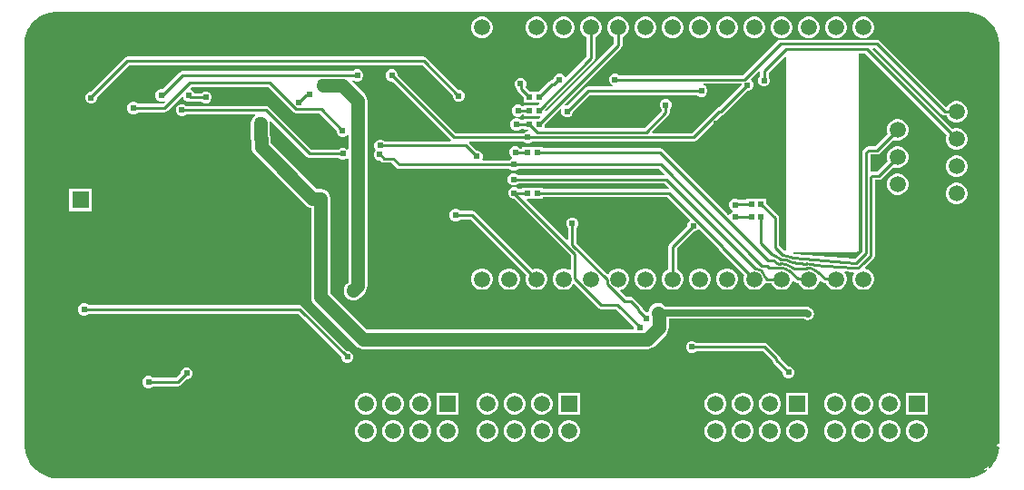
<source format=gbl>
G04*
G04 #@! TF.GenerationSoftware,Altium Limited,Altium Designer,21.5.1 (32)*
G04*
G04 Layer_Physical_Order=2*
G04 Layer_Color=16711680*
%FSLAX25Y25*%
%MOIN*%
G70*
G04*
G04 #@! TF.SameCoordinates,57825C85-18FE-47E2-A138-B6FF28981A54*
G04*
G04*
G04 #@! TF.FilePolarity,Positive*
G04*
G01*
G75*
%ADD14C,0.01000*%
%ADD89C,0.05000*%
%ADD90C,0.02500*%
%ADD91C,0.05906*%
%ADD92R,0.05906X0.05906*%
%ADD93R,0.05906X0.05906*%
%ADD94R,0.06299X0.06299*%
%ADD95C,0.06299*%
%ADD96C,0.23000*%
%ADD97C,0.02800*%
%ADD98C,0.02400*%
%ADD99C,0.05000*%
%ADD100C,0.01000*%
%ADD101R,0.01968X0.01968*%
G36*
X349730Y173613D02*
X350548Y173619D01*
X352171Y173417D01*
X353754Y173005D01*
X355269Y172388D01*
X356689Y171577D01*
X357992Y170588D01*
X359153Y169436D01*
X360153Y168141D01*
X360975Y166727D01*
X361603Y165217D01*
X362029Y163637D01*
X362243Y162016D01*
X362243Y161198D01*
X362243Y161198D01*
X362243Y161198D01*
X362103Y15240D01*
X361887Y14829D01*
X361588Y14826D01*
X361378Y14613D01*
X361381Y14314D01*
X361593Y14104D01*
X361603Y14104D01*
X362103Y13692D01*
Y13576D01*
X361896Y12008D01*
X361487Y10481D01*
X360882Y9020D01*
X360091Y7650D01*
X359128Y6396D01*
X358636Y5903D01*
X358247Y6221D01*
X358303Y6305D01*
X358419Y6890D01*
Y7276D01*
X358303Y7861D01*
X357971Y8357D01*
X351648Y14680D01*
X351152Y15011D01*
X350567Y15128D01*
X349982Y15011D01*
X349485Y14680D01*
X349154Y14184D01*
X349038Y13598D01*
X349154Y13013D01*
X349485Y12517D01*
X355422Y6581D01*
X355477Y6305D01*
X355808Y5808D01*
X356305Y5477D01*
X356890Y5360D01*
X357475Y5477D01*
X357720Y5054D01*
X356756Y4315D01*
X355386Y3524D01*
X353925Y2919D01*
X352398Y2510D01*
X350830Y2303D01*
X350039D01*
X16831Y2233D01*
X16825Y2233D01*
X16813Y2234D01*
X16801Y2234D01*
X16789Y2235D01*
X16783Y2236D01*
X16777Y2235D01*
X16767Y2234D01*
X16756Y2234D01*
X16745Y2234D01*
X15922Y2227D01*
X14298Y2427D01*
X12715Y2840D01*
X11200Y3456D01*
X9778Y4266D01*
X8475Y5255D01*
X7314Y6407D01*
X6313Y7701D01*
X5491Y9116D01*
X4862Y10626D01*
X4436Y12206D01*
X4221Y13827D01*
X4221Y14653D01*
X4222Y14667D01*
X4222Y14682D01*
X4224Y14696D01*
X4225Y14704D01*
X4224Y14711D01*
X4222Y14726D01*
X4221Y14741D01*
X4221Y14756D01*
X4223Y161772D01*
X4216Y162546D01*
X4407Y164083D01*
X4797Y165582D01*
X5381Y167017D01*
X6148Y168362D01*
X7085Y169596D01*
X8175Y170695D01*
X9401Y171642D01*
X10740Y172421D01*
X12170Y173016D01*
X13665Y173419D01*
X15201Y173623D01*
X15975Y173623D01*
X15975Y173623D01*
X349730Y173613D01*
D02*
G37*
%LPC*%
G36*
X312765Y171866D02*
X311724D01*
X310718Y171597D01*
X309817Y171076D01*
X309081Y170340D01*
X308561Y169439D01*
X308291Y168434D01*
Y167393D01*
X308561Y166388D01*
X309081Y165486D01*
X309817Y164750D01*
X310718Y164230D01*
X311724Y163961D01*
X312765D01*
X313770Y164230D01*
X314671Y164750D01*
X315407Y165486D01*
X315928Y166388D01*
X316197Y167393D01*
Y168434D01*
X315928Y169439D01*
X315407Y170340D01*
X314671Y171076D01*
X313770Y171597D01*
X312765Y171866D01*
D02*
G37*
G36*
X302765D02*
X301724D01*
X300718Y171597D01*
X299817Y171076D01*
X299081Y170340D01*
X298561Y169439D01*
X298291Y168434D01*
Y167393D01*
X298561Y166388D01*
X299081Y165486D01*
X299817Y164750D01*
X300718Y164230D01*
X301724Y163961D01*
X302765D01*
X303770Y164230D01*
X304671Y164750D01*
X305407Y165486D01*
X305927Y166388D01*
X306197Y167393D01*
Y168434D01*
X305927Y169439D01*
X305407Y170340D01*
X304671Y171076D01*
X303770Y171597D01*
X302765Y171866D01*
D02*
G37*
G36*
X292764D02*
X291724D01*
X290718Y171597D01*
X289817Y171076D01*
X289081Y170340D01*
X288561Y169439D01*
X288291Y168434D01*
Y167393D01*
X288561Y166388D01*
X289081Y165486D01*
X289817Y164750D01*
X290718Y164230D01*
X291724Y163961D01*
X292764D01*
X293770Y164230D01*
X294671Y164750D01*
X295407Y165486D01*
X295928Y166388D01*
X296197Y167393D01*
Y168434D01*
X295928Y169439D01*
X295407Y170340D01*
X294671Y171076D01*
X293770Y171597D01*
X292764Y171866D01*
D02*
G37*
G36*
X282765D02*
X281724D01*
X280718Y171597D01*
X279817Y171076D01*
X279081Y170340D01*
X278561Y169439D01*
X278291Y168434D01*
Y167393D01*
X278561Y166388D01*
X279081Y165486D01*
X279817Y164750D01*
X280718Y164230D01*
X281724Y163961D01*
X282765D01*
X283770Y164230D01*
X284671Y164750D01*
X285407Y165486D01*
X285928Y166388D01*
X286197Y167393D01*
Y168434D01*
X285928Y169439D01*
X285407Y170340D01*
X284671Y171076D01*
X283770Y171597D01*
X282765Y171866D01*
D02*
G37*
G36*
X272764D02*
X271724D01*
X270718Y171597D01*
X269817Y171076D01*
X269081Y170340D01*
X268561Y169439D01*
X268291Y168434D01*
Y167393D01*
X268561Y166388D01*
X269081Y165486D01*
X269817Y164750D01*
X270718Y164230D01*
X271724Y163961D01*
X272764D01*
X273770Y164230D01*
X274671Y164750D01*
X275407Y165486D01*
X275927Y166388D01*
X276197Y167393D01*
Y168434D01*
X275927Y169439D01*
X275407Y170340D01*
X274671Y171076D01*
X273770Y171597D01*
X272764Y171866D01*
D02*
G37*
G36*
X262765D02*
X261724D01*
X260718Y171597D01*
X259817Y171076D01*
X259081Y170340D01*
X258561Y169439D01*
X258291Y168434D01*
Y167393D01*
X258561Y166388D01*
X259081Y165486D01*
X259817Y164750D01*
X260718Y164230D01*
X261724Y163961D01*
X262765D01*
X263770Y164230D01*
X264671Y164750D01*
X265407Y165486D01*
X265928Y166388D01*
X266197Y167393D01*
Y168434D01*
X265928Y169439D01*
X265407Y170340D01*
X264671Y171076D01*
X263770Y171597D01*
X262765Y171866D01*
D02*
G37*
G36*
X252765D02*
X251724D01*
X250718Y171597D01*
X249817Y171076D01*
X249081Y170340D01*
X248561Y169439D01*
X248291Y168434D01*
Y167393D01*
X248561Y166388D01*
X249081Y165486D01*
X249817Y164750D01*
X250718Y164230D01*
X251724Y163961D01*
X252765D01*
X253770Y164230D01*
X254671Y164750D01*
X255407Y165486D01*
X255927Y166388D01*
X256197Y167393D01*
Y168434D01*
X255927Y169439D01*
X255407Y170340D01*
X254671Y171076D01*
X253770Y171597D01*
X252765Y171866D01*
D02*
G37*
G36*
X242764D02*
X241724D01*
X240718Y171597D01*
X239817Y171076D01*
X239081Y170340D01*
X238561Y169439D01*
X238291Y168434D01*
Y167393D01*
X238561Y166388D01*
X239081Y165486D01*
X239817Y164750D01*
X240718Y164230D01*
X241724Y163961D01*
X242764D01*
X243770Y164230D01*
X244671Y164750D01*
X245407Y165486D01*
X245928Y166388D01*
X246197Y167393D01*
Y168434D01*
X245928Y169439D01*
X245407Y170340D01*
X244671Y171076D01*
X243770Y171597D01*
X242764Y171866D01*
D02*
G37*
G36*
X232765D02*
X231724D01*
X230718Y171597D01*
X229817Y171076D01*
X229081Y170340D01*
X228561Y169439D01*
X228291Y168434D01*
Y167393D01*
X228561Y166388D01*
X229081Y165486D01*
X229817Y164750D01*
X230718Y164230D01*
X231724Y163961D01*
X232765D01*
X233770Y164230D01*
X234671Y164750D01*
X235407Y165486D01*
X235928Y166388D01*
X236197Y167393D01*
Y168434D01*
X235928Y169439D01*
X235407Y170340D01*
X234671Y171076D01*
X233770Y171597D01*
X232765Y171866D01*
D02*
G37*
G36*
X202765D02*
X201724D01*
X200718Y171597D01*
X199817Y171076D01*
X199081Y170340D01*
X198561Y169439D01*
X198291Y168434D01*
Y167393D01*
X198561Y166388D01*
X199081Y165486D01*
X199817Y164750D01*
X200718Y164230D01*
X201724Y163961D01*
X202765D01*
X203770Y164230D01*
X204671Y164750D01*
X205407Y165486D01*
X205927Y166388D01*
X206197Y167393D01*
Y168434D01*
X205927Y169439D01*
X205407Y170340D01*
X204671Y171076D01*
X203770Y171597D01*
X202765Y171866D01*
D02*
G37*
G36*
X192764D02*
X191724D01*
X190718Y171597D01*
X189817Y171076D01*
X189081Y170340D01*
X188561Y169439D01*
X188291Y168434D01*
Y167393D01*
X188561Y166388D01*
X189081Y165486D01*
X189817Y164750D01*
X190718Y164230D01*
X191724Y163961D01*
X192764D01*
X193770Y164230D01*
X194671Y164750D01*
X195407Y165486D01*
X195928Y166388D01*
X196197Y167393D01*
Y168434D01*
X195928Y169439D01*
X195407Y170340D01*
X194671Y171076D01*
X193770Y171597D01*
X192764Y171866D01*
D02*
G37*
G36*
X172765D02*
X171724D01*
X170718Y171597D01*
X169817Y171076D01*
X169081Y170340D01*
X168561Y169439D01*
X168291Y168434D01*
Y167393D01*
X168561Y166388D01*
X169081Y165486D01*
X169817Y164750D01*
X170718Y164230D01*
X171724Y163961D01*
X172765D01*
X173770Y164230D01*
X174671Y164750D01*
X175407Y165486D01*
X175927Y166388D01*
X176197Y167393D01*
Y168434D01*
X175927Y169439D01*
X175407Y170340D01*
X174671Y171076D01*
X173770Y171597D01*
X172765Y171866D01*
D02*
G37*
G36*
X150808Y157140D02*
X42028D01*
X41442Y157023D01*
X40946Y156692D01*
X28482Y144228D01*
X28303D01*
X27494Y143893D01*
X26875Y143274D01*
X26540Y142465D01*
Y141590D01*
X26875Y140781D01*
X27494Y140163D01*
X28303Y139828D01*
X29178D01*
X29986Y140163D01*
X30605Y140781D01*
X30940Y141590D01*
Y142360D01*
X42661Y154081D01*
X150175D01*
X161469Y142786D01*
Y142312D01*
X161804Y141503D01*
X162423Y140884D01*
X163232Y140549D01*
X164107D01*
X164915Y140884D01*
X165534Y141503D01*
X165869Y142312D01*
Y143187D01*
X165534Y143995D01*
X164915Y144614D01*
X164107Y144949D01*
X163632D01*
X151890Y156692D01*
X151393Y157023D01*
X150808Y157140D01*
D02*
G37*
G36*
X222764Y171866D02*
X221724D01*
X220718Y171597D01*
X219817Y171076D01*
X219081Y170340D01*
X218561Y169439D01*
X218291Y168434D01*
Y167393D01*
X218561Y166388D01*
X219081Y165486D01*
X219817Y164750D01*
X220715Y164232D01*
Y162024D01*
X195962Y137272D01*
X195420Y137436D01*
X195406Y137507D01*
X213326Y155427D01*
X213657Y155923D01*
X213773Y156509D01*
Y164232D01*
X214671Y164750D01*
X215407Y165486D01*
X215928Y166388D01*
X216197Y167393D01*
Y168434D01*
X215928Y169439D01*
X215407Y170340D01*
X214671Y171076D01*
X213770Y171597D01*
X212765Y171866D01*
X211724D01*
X210718Y171597D01*
X209817Y171076D01*
X209081Y170340D01*
X208561Y169439D01*
X208291Y168434D01*
Y167393D01*
X208561Y166388D01*
X209081Y165486D01*
X209817Y164750D01*
X210715Y164232D01*
Y157142D01*
X203161Y149588D01*
X202670Y149686D01*
X202554Y149967D01*
X201935Y150585D01*
X201127Y150920D01*
X200251D01*
X199443Y150585D01*
X198824Y149967D01*
X198489Y149158D01*
Y149032D01*
X197972Y148515D01*
X197898D01*
X197313Y148399D01*
X196817Y148067D01*
X192958Y144209D01*
X189916D01*
X188214Y145911D01*
X188546Y146713D01*
Y147589D01*
X188211Y148397D01*
X187592Y149016D01*
X186784Y149351D01*
X185909D01*
X185100Y149016D01*
X184481Y148397D01*
X184146Y147589D01*
Y146713D01*
X184481Y145905D01*
X185096Y145290D01*
X185201Y144762D01*
X185533Y144266D01*
X187753Y142046D01*
Y140240D01*
X193159D01*
X193351Y139778D01*
X192958Y139386D01*
X187753D01*
Y138882D01*
X186966D01*
X186679Y139168D01*
X185871Y139503D01*
X184995D01*
X184187Y139168D01*
X183568Y138549D01*
X183233Y137741D01*
Y136865D01*
X183568Y136057D01*
X184187Y135438D01*
X184995Y135103D01*
X185871D01*
X186679Y135438D01*
X187064Y135823D01*
X187753D01*
Y135417D01*
X193455D01*
X193646Y134955D01*
X192958Y134268D01*
X187753D01*
Y133813D01*
X186523D01*
X186187Y134149D01*
X185379Y134484D01*
X184503D01*
X183695Y134149D01*
X183076Y133530D01*
X182741Y132721D01*
Y131846D01*
X183076Y131037D01*
X183695Y130418D01*
X184503Y130084D01*
X185379D01*
X186187Y130418D01*
X186523Y130754D01*
X187753D01*
Y130299D01*
X189144D01*
X189230Y130158D01*
X188950Y129658D01*
X188644D01*
X187835Y129323D01*
X187499Y128988D01*
X162644D01*
X141373Y150258D01*
Y150733D01*
X141038Y151541D01*
X140419Y152160D01*
X139611Y152495D01*
X138736D01*
X137927Y152160D01*
X137308Y151541D01*
X136973Y150733D01*
Y149858D01*
X137308Y149049D01*
X137927Y148430D01*
X138736Y148095D01*
X139210D01*
X160768Y126537D01*
X160561Y126037D01*
X136523D01*
X136187Y126373D01*
X135379Y126708D01*
X134503D01*
X133695Y126373D01*
X133076Y125754D01*
X132741Y124945D01*
Y124070D01*
X133076Y123262D01*
X133355Y122982D01*
X132781Y122408D01*
X132446Y121599D01*
Y120724D01*
X132781Y119915D01*
X133399Y119296D01*
X134208Y118961D01*
X134845D01*
X135203Y118604D01*
X135699Y118272D01*
X136284Y118156D01*
X139032D01*
X140806Y116382D01*
X141302Y116050D01*
X141887Y115934D01*
X182392D01*
X182728Y115598D01*
X183536Y115263D01*
X184412D01*
X185220Y115598D01*
X185556Y115934D01*
X237316D01*
X239251Y113999D01*
X239060Y113537D01*
X185440D01*
X185105Y113873D01*
X184296Y114208D01*
X183421D01*
X182612Y113873D01*
X181993Y113254D01*
X181658Y112445D01*
Y111570D01*
X181993Y110762D01*
X182612Y110143D01*
X183421Y109808D01*
X184296D01*
X185105Y110143D01*
X185440Y110478D01*
X239327D01*
X240788Y109018D01*
X240581Y108518D01*
X194432D01*
Y108972D01*
X187064D01*
Y108540D01*
X185636D01*
X185278Y108898D01*
X184469Y109233D01*
X183594D01*
X182785Y108898D01*
X182167Y108279D01*
X181832Y107471D01*
Y106595D01*
X182167Y105787D01*
X182785Y105168D01*
X183594Y104833D01*
X184069D01*
X204767Y84134D01*
Y79078D01*
X204268Y78790D01*
X203770Y79077D01*
X202765Y79347D01*
X201724D01*
X200718Y79077D01*
X199817Y78557D01*
X199081Y77821D01*
X198561Y76919D01*
X198291Y75914D01*
Y74873D01*
X198561Y73868D01*
X199081Y72967D01*
X199817Y72231D01*
X200718Y71710D01*
X201724Y71441D01*
X202765D01*
X203770Y71710D01*
X204671Y72231D01*
X205407Y72967D01*
X205703Y73479D01*
X206199Y73545D01*
X214875Y64869D01*
X215371Y64537D01*
X215956Y64421D01*
X221408D01*
X228016Y57813D01*
Y57141D01*
X227774Y56778D01*
X130006D01*
X116522Y70262D01*
Y105020D01*
X116492Y105249D01*
Y105481D01*
X116432Y105704D01*
X116402Y105933D01*
X116314Y106147D01*
X116254Y106371D01*
X116138Y106571D01*
X116049Y106785D01*
X115909Y106968D01*
X115793Y107169D01*
X115629Y107332D01*
X115488Y107516D01*
X115305Y107657D01*
X115141Y107820D01*
X114941Y107936D01*
X114757Y108077D01*
X114543Y108166D01*
X114343Y108281D01*
X114120Y108341D01*
X113906Y108430D01*
X113676Y108460D01*
X113453Y108520D01*
X113222D01*
X112992Y108550D01*
X111452D01*
X94629Y125373D01*
Y126913D01*
X94509Y127827D01*
X94377Y128146D01*
Y132480D01*
X94346Y132710D01*
Y132941D01*
X94287Y133165D01*
X94258Y133384D01*
X94273Y133405D01*
X94686Y133663D01*
X107974Y120375D01*
X108470Y120044D01*
X109055Y119927D01*
X119580D01*
X119915Y119592D01*
X120724Y119257D01*
X121599D01*
X122408Y119592D01*
X122643Y119827D01*
X123143Y119620D01*
Y74297D01*
X122504Y73658D01*
X122363Y73474D01*
X122199Y73311D01*
X122084Y73110D01*
X121943Y72926D01*
X121854Y72713D01*
X121739Y72512D01*
X121679Y72289D01*
X121590Y72075D01*
X121560Y71846D01*
X121500Y71622D01*
Y71391D01*
X121470Y71161D01*
X121500Y70932D01*
Y70701D01*
X121560Y70477D01*
X121590Y70248D01*
X121679Y70034D01*
X121739Y69810D01*
X121854Y69610D01*
X121943Y69396D01*
X122084Y69213D01*
X122199Y69012D01*
X122363Y68849D01*
X122504Y68665D01*
X122687Y68524D01*
X122851Y68361D01*
X123051Y68245D01*
X123235Y68104D01*
X123449Y68016D01*
X123649Y67900D01*
X123873Y67840D01*
X124086Y67751D01*
X124316Y67721D01*
X124539Y67661D01*
X124771D01*
X125000Y67631D01*
X125229Y67661D01*
X125461D01*
X125684Y67721D01*
X125914Y67751D01*
X126127Y67840D01*
X126351Y67900D01*
X126551Y68016D01*
X126765Y68104D01*
X126949Y68245D01*
X127149Y68361D01*
X127313Y68524D01*
X127496Y68665D01*
X129169Y70338D01*
X129730Y71070D01*
X130083Y71921D01*
X130203Y72835D01*
Y140945D01*
X130203Y140945D01*
X130083Y141859D01*
X129730Y142710D01*
X129169Y143441D01*
X124451Y148159D01*
X124645Y148664D01*
X124960Y148700D01*
X125230Y148430D01*
X126039Y148095D01*
X126914D01*
X127723Y148430D01*
X128341Y149049D01*
X128676Y149858D01*
Y150733D01*
X128341Y151541D01*
X127723Y152160D01*
X126914Y152495D01*
X126039D01*
X125230Y152160D01*
X124894Y151825D01*
X62303D01*
X61718Y151708D01*
X61222Y151377D01*
X54958Y145113D01*
X54188D01*
X53380Y144779D01*
X52761Y144160D01*
X52426Y143351D01*
Y142476D01*
X52761Y141667D01*
X53380Y141048D01*
X54188Y140713D01*
X55064D01*
X55484Y140888D01*
X55767Y140464D01*
X55120Y139817D01*
X45873D01*
X45537Y140153D01*
X44729Y140487D01*
X43854D01*
X43045Y140153D01*
X42426Y139534D01*
X42091Y138725D01*
Y137850D01*
X42426Y137041D01*
X43045Y136422D01*
X43854Y136087D01*
X44729D01*
X45537Y136422D01*
X45873Y136758D01*
X55754D01*
X56339Y136874D01*
X56835Y137206D01*
X61905Y142276D01*
X62469Y142132D01*
X62702Y141569D01*
X63321Y140950D01*
X64129Y140615D01*
X65004D01*
X65237Y140711D01*
X65320Y140695D01*
X69284D01*
X69620Y140359D01*
X70429Y140024D01*
X71304D01*
X72112Y140359D01*
X72731Y140978D01*
X73066Y141787D01*
Y142662D01*
X72731Y143471D01*
X72112Y144089D01*
X71304Y144424D01*
X70429D01*
X69620Y144089D01*
X69284Y143754D01*
X66559D01*
X66432Y144061D01*
X65813Y144680D01*
X65250Y144913D01*
X65106Y145477D01*
X65541Y145912D01*
X93752D01*
X102887Y136776D01*
X103383Y136444D01*
X103969Y136328D01*
X112493D01*
X118863Y129958D01*
Y129484D01*
X119198Y128675D01*
X119817Y128056D01*
X120625Y127721D01*
X121501D01*
X122309Y128056D01*
X122643Y128390D01*
X123143Y128183D01*
Y123293D01*
X122643Y123086D01*
X122408Y123322D01*
X121599Y123657D01*
X120724D01*
X119915Y123322D01*
X119580Y122986D01*
X109689D01*
X94033Y138641D01*
X93537Y138973D01*
X92952Y139089D01*
X63678D01*
X63343Y139425D01*
X62534Y139760D01*
X61659D01*
X60850Y139425D01*
X60231Y138806D01*
X59896Y137997D01*
Y137122D01*
X60231Y136314D01*
X60850Y135695D01*
X61659Y135360D01*
X62534D01*
X63343Y135695D01*
X63678Y136030D01*
X88965D01*
X89076Y135560D01*
X89072Y135530D01*
X88898Y135397D01*
X88697Y135281D01*
X88534Y135117D01*
X88350Y134976D01*
X88209Y134793D01*
X88046Y134629D01*
X87930Y134429D01*
X87789Y134245D01*
X87701Y134032D01*
X87585Y133831D01*
X87525Y133608D01*
X87436Y133394D01*
X87406Y133165D01*
X87347Y132941D01*
Y132710D01*
X87316Y132480D01*
Y127165D01*
X87436Y126252D01*
X87569Y125933D01*
Y123910D01*
X87689Y122997D01*
X88042Y122145D01*
X88603Y121414D01*
X107493Y102524D01*
X108225Y101962D01*
X109076Y101610D01*
X109462Y101559D01*
Y68799D01*
X109582Y67886D01*
X109935Y67034D01*
X110496Y66303D01*
X126047Y50752D01*
X126778Y50191D01*
X127630Y49838D01*
X128543Y49718D01*
X232996D01*
X233910Y49838D01*
X234761Y50191D01*
X235492Y50752D01*
X239769Y55028D01*
X240330Y55759D01*
X240682Y56611D01*
X240803Y57524D01*
Y60795D01*
X290479D01*
X290953Y60479D01*
X291831Y60304D01*
X292709Y60479D01*
X293453Y60976D01*
X293950Y61721D01*
X294125Y62598D01*
X293950Y63476D01*
X293453Y64221D01*
X292962Y64711D01*
X292218Y65209D01*
X291340Y65383D01*
X239539D01*
X239345Y65577D01*
X238614Y66138D01*
X237763Y66491D01*
X236849Y66611D01*
X235935Y66491D01*
X235084Y66138D01*
X234353Y65577D01*
X233792Y64846D01*
X233439Y63995D01*
X233381Y63556D01*
X233115Y63125D01*
X232640Y63125D01*
X231150Y64615D01*
X231044Y65147D01*
X230713Y65643D01*
X227935Y68421D01*
X227438Y68753D01*
X226853Y68869D01*
X225125D01*
X223006Y70988D01*
X223155Y71546D01*
X223770Y71710D01*
X224671Y72231D01*
X225407Y72967D01*
X225927Y73868D01*
X226197Y74873D01*
Y75914D01*
X225927Y76919D01*
X225407Y77821D01*
X224671Y78557D01*
X223770Y79077D01*
X222764Y79347D01*
X221724D01*
X220718Y79077D01*
X219817Y78557D01*
X219081Y77821D01*
X218785Y77308D01*
X218289Y77243D01*
X206943Y88589D01*
Y94284D01*
X207278Y94620D01*
X207613Y95429D01*
Y96304D01*
X207278Y97112D01*
X206660Y97731D01*
X205851Y98066D01*
X204976D01*
X204167Y97731D01*
X203548Y97112D01*
X203213Y96304D01*
Y95429D01*
X203548Y94620D01*
X203884Y94284D01*
Y89997D01*
X203422Y89805D01*
X188685Y104542D01*
X188877Y105004D01*
X194432D01*
Y105459D01*
X240415D01*
X248635Y97238D01*
X248557Y96845D01*
X247938Y96227D01*
X247603Y95418D01*
Y94943D01*
X241163Y88503D01*
X240831Y88007D01*
X240715Y87421D01*
Y79075D01*
X239817Y78557D01*
X239081Y77821D01*
X238561Y76919D01*
X238291Y75914D01*
Y74873D01*
X238561Y73868D01*
X239081Y72967D01*
X239817Y72231D01*
X240718Y71710D01*
X241724Y71441D01*
X242764D01*
X243770Y71710D01*
X244671Y72231D01*
X245407Y72967D01*
X245928Y73868D01*
X246197Y74873D01*
Y75914D01*
X245928Y76919D01*
X245407Y77821D01*
X244671Y78557D01*
X243774Y79075D01*
Y86788D01*
X249766Y92780D01*
X250241D01*
X251049Y93115D01*
X251550Y93616D01*
X252160Y93713D01*
X259228Y86646D01*
X259286Y86354D01*
X259617Y85858D01*
X268560Y76915D01*
X268291Y75914D01*
Y74873D01*
X268561Y73868D01*
X269081Y72967D01*
X269817Y72231D01*
X270718Y71710D01*
X271724Y71441D01*
X272764D01*
X273770Y71710D01*
X274671Y72231D01*
X275407Y72967D01*
X275824Y73689D01*
X276287Y73981D01*
X276287Y73981D01*
X276608Y73917D01*
X276872Y73864D01*
X277197Y73864D01*
X278563D01*
X279081Y72967D01*
X279817Y72231D01*
X280718Y71710D01*
X281724Y71441D01*
X282765D01*
X283770Y71710D01*
X284671Y72231D01*
X285407Y72967D01*
X285928Y73868D01*
X286145Y74681D01*
X286660Y74896D01*
X287201Y74424D01*
X287415Y74302D01*
X287620Y74165D01*
X287673Y74155D01*
X287719Y74128D01*
X287964Y74097D01*
X288206Y74049D01*
X288512Y74049D01*
X288561Y73868D01*
X289081Y72967D01*
X289817Y72231D01*
X290718Y71710D01*
X291724Y71441D01*
X292764D01*
X293770Y71710D01*
X294671Y72231D01*
X295407Y72967D01*
X295928Y73868D01*
X296142Y74668D01*
X296661Y74883D01*
X297215Y74413D01*
X297423Y74297D01*
X297620Y74165D01*
X297682Y74153D01*
X297737Y74122D01*
X297972Y74095D01*
X298205Y74049D01*
X298512D01*
X298561Y73868D01*
X299081Y72967D01*
X299817Y72231D01*
X300718Y71710D01*
X301724Y71441D01*
X302765D01*
X303770Y71710D01*
X304671Y72231D01*
X305407Y72967D01*
X305927Y73868D01*
X306197Y74873D01*
Y75914D01*
X305927Y76919D01*
X305407Y77821D01*
X305374Y77854D01*
X305584Y78307D01*
X308337Y78087D01*
X308399Y78094D01*
X308459Y78082D01*
X308663D01*
X308943Y77582D01*
X308561Y76919D01*
X308291Y75914D01*
Y74873D01*
X308561Y73868D01*
X309081Y72967D01*
X309817Y72231D01*
X310718Y71710D01*
X311724Y71441D01*
X312765D01*
X313770Y71710D01*
X314671Y72231D01*
X315407Y72967D01*
X315928Y73868D01*
X316197Y74873D01*
Y75914D01*
X315928Y76919D01*
X315407Y77821D01*
X314671Y78557D01*
X313770Y79077D01*
X313082Y79261D01*
X312861Y79779D01*
X313033Y80086D01*
X313229Y80159D01*
X313252Y80174D01*
X313280Y80179D01*
X313505Y80330D01*
X313736Y80472D01*
X313753Y80495D01*
X313776Y80511D01*
X316042Y82777D01*
X316374Y83273D01*
X316490Y83858D01*
Y111856D01*
X318012D01*
X318597Y111973D01*
X319093Y112304D01*
X323380Y116591D01*
X324381Y116323D01*
X325422D01*
X326427Y116592D01*
X327329Y117113D01*
X328065Y117849D01*
X328585Y118750D01*
X328854Y119755D01*
Y120796D01*
X328585Y121801D01*
X328065Y122703D01*
X327329Y123439D01*
X326427Y123959D01*
X325422Y124228D01*
X324381D01*
X323376Y123959D01*
X322475Y123439D01*
X321739Y122703D01*
X321218Y121801D01*
X320949Y120796D01*
Y119755D01*
X321217Y118754D01*
X317378Y114915D01*
X315546D01*
X315390Y114884D01*
X314890Y115295D01*
Y121108D01*
X317264D01*
X317849Y121225D01*
X318345Y121556D01*
X323380Y126591D01*
X324381Y126323D01*
X325422D01*
X326427Y126592D01*
X327329Y127113D01*
X328065Y127848D01*
X328585Y128750D01*
X328854Y129755D01*
Y130796D01*
X328585Y131801D01*
X328065Y132703D01*
X327329Y133439D01*
X326427Y133959D01*
X325422Y134228D01*
X324381D01*
X323376Y133959D01*
X322475Y133439D01*
X321739Y132703D01*
X321218Y131801D01*
X320949Y130796D01*
Y129755D01*
X321217Y128754D01*
X316630Y124167D01*
X314169D01*
X313583Y124051D01*
X313087Y123719D01*
X312279Y122911D01*
X311948Y122415D01*
X311831Y121830D01*
Y85648D01*
X309134Y82950D01*
X286930Y84659D01*
X286400Y84878D01*
X286499Y85378D01*
X309646D01*
X310036Y85456D01*
X310367Y85677D01*
X310588Y86007D01*
X310665Y86398D01*
Y157264D01*
X310588Y157654D01*
X310481Y157813D01*
X310707Y158313D01*
X312949D01*
X342871Y128392D01*
X342602Y127391D01*
Y126350D01*
X342872Y125344D01*
X343392Y124443D01*
X344128Y123707D01*
X345029Y123187D01*
X346035Y122917D01*
X347076D01*
X348081Y123187D01*
X348982Y123707D01*
X349718Y124443D01*
X350238Y125344D01*
X350508Y126350D01*
Y127391D01*
X350238Y128396D01*
X349718Y129297D01*
X348982Y130033D01*
X348081Y130553D01*
X347076Y130823D01*
X346035D01*
X345034Y130555D01*
X315670Y159918D01*
X315861Y160380D01*
X316591D01*
X341021Y135950D01*
X341517Y135618D01*
X342102Y135502D01*
X342829D01*
X342872Y135344D01*
X343392Y134443D01*
X344128Y133707D01*
X345029Y133187D01*
X346035Y132917D01*
X347076D01*
X348081Y133187D01*
X348982Y133707D01*
X349718Y134443D01*
X350238Y135344D01*
X350508Y136350D01*
Y137390D01*
X350238Y138396D01*
X349718Y139297D01*
X348982Y140033D01*
X348081Y140553D01*
X347076Y140823D01*
X346035D01*
X345029Y140553D01*
X344128Y140033D01*
X343392Y139297D01*
X343124Y138832D01*
X342528Y138768D01*
X318306Y162991D01*
X317810Y163322D01*
X317224Y163439D01*
X281791D01*
X281206Y163322D01*
X280710Y162991D01*
X267969Y150250D01*
X222645D01*
X222309Y150585D01*
X221501Y150920D01*
X220625D01*
X219817Y150585D01*
X219198Y149967D01*
X218863Y149158D01*
Y148283D01*
X219198Y147474D01*
X219817Y146855D01*
X220395Y146616D01*
X220295Y146116D01*
X211122D01*
X210537Y146000D01*
X210041Y145668D01*
X203580Y139208D01*
X203106D01*
X202808Y139085D01*
X202525Y139508D01*
X223325Y160309D01*
X223657Y160805D01*
X223774Y161391D01*
Y164232D01*
X224671Y164750D01*
X225407Y165486D01*
X225927Y166388D01*
X226197Y167393D01*
Y168434D01*
X225927Y169439D01*
X225407Y170340D01*
X224671Y171076D01*
X223770Y171597D01*
X222764Y171866D01*
D02*
G37*
G36*
X347076Y120823D02*
X346035D01*
X345029Y120554D01*
X344128Y120033D01*
X343392Y119297D01*
X342872Y118396D01*
X342602Y117391D01*
Y116350D01*
X342872Y115344D01*
X343392Y114443D01*
X344128Y113707D01*
X345029Y113187D01*
X346035Y112917D01*
X347076D01*
X348081Y113187D01*
X348982Y113707D01*
X349718Y114443D01*
X350238Y115344D01*
X350508Y116350D01*
Y117391D01*
X350238Y118396D01*
X349718Y119297D01*
X348982Y120033D01*
X348081Y120554D01*
X347076Y120823D01*
D02*
G37*
G36*
X325422Y114228D02*
X324381D01*
X323376Y113959D01*
X322475Y113439D01*
X321739Y112703D01*
X321218Y111801D01*
X320949Y110796D01*
Y109755D01*
X321218Y108750D01*
X321739Y107849D01*
X322475Y107113D01*
X323376Y106592D01*
X324381Y106323D01*
X325422D01*
X326427Y106592D01*
X327329Y107113D01*
X328065Y107849D01*
X328585Y108750D01*
X328854Y109755D01*
Y110796D01*
X328585Y111801D01*
X328065Y112703D01*
X327329Y113439D01*
X326427Y113959D01*
X325422Y114228D01*
D02*
G37*
G36*
X347076Y110823D02*
X346035D01*
X345029Y110554D01*
X344128Y110033D01*
X343392Y109297D01*
X342872Y108396D01*
X342602Y107390D01*
Y106350D01*
X342872Y105344D01*
X343392Y104443D01*
X344128Y103707D01*
X345029Y103187D01*
X346035Y102917D01*
X347076D01*
X348081Y103187D01*
X348982Y103707D01*
X349718Y104443D01*
X350238Y105344D01*
X350508Y106350D01*
Y107390D01*
X350238Y108396D01*
X349718Y109297D01*
X348982Y110033D01*
X348081Y110554D01*
X347076Y110823D01*
D02*
G37*
G36*
X28917Y108650D02*
X20618D01*
Y100350D01*
X28917D01*
Y108650D01*
D02*
G37*
G36*
X262765Y79347D02*
X261724D01*
X260718Y79077D01*
X259817Y78557D01*
X259081Y77821D01*
X258561Y76919D01*
X258291Y75914D01*
Y74873D01*
X258561Y73868D01*
X259081Y72967D01*
X259817Y72231D01*
X260718Y71710D01*
X261724Y71441D01*
X262765D01*
X263770Y71710D01*
X264671Y72231D01*
X265407Y72967D01*
X265928Y73868D01*
X266197Y74873D01*
Y75914D01*
X265928Y76919D01*
X265407Y77821D01*
X264671Y78557D01*
X263770Y79077D01*
X262765Y79347D01*
D02*
G37*
G36*
X252765D02*
X251724D01*
X250718Y79077D01*
X249817Y78557D01*
X249081Y77821D01*
X248561Y76919D01*
X248291Y75914D01*
Y74873D01*
X248561Y73868D01*
X249081Y72967D01*
X249817Y72231D01*
X250718Y71710D01*
X251724Y71441D01*
X252765D01*
X253770Y71710D01*
X254671Y72231D01*
X255407Y72967D01*
X255927Y73868D01*
X256197Y74873D01*
Y75914D01*
X255927Y76919D01*
X255407Y77821D01*
X254671Y78557D01*
X253770Y79077D01*
X252765Y79347D01*
D02*
G37*
G36*
X232765D02*
X231724D01*
X230718Y79077D01*
X229817Y78557D01*
X229081Y77821D01*
X228561Y76919D01*
X228291Y75914D01*
Y74873D01*
X228561Y73868D01*
X229081Y72967D01*
X229817Y72231D01*
X230718Y71710D01*
X231724Y71441D01*
X232765D01*
X233770Y71710D01*
X234671Y72231D01*
X235407Y72967D01*
X235928Y73868D01*
X236197Y74873D01*
Y75914D01*
X235928Y76919D01*
X235407Y77821D01*
X234671Y78557D01*
X233770Y79077D01*
X232765Y79347D01*
D02*
G37*
G36*
X163036Y101117D02*
X162161D01*
X161352Y100782D01*
X160733Y100163D01*
X160398Y99355D01*
Y98480D01*
X160733Y97671D01*
X161352Y97052D01*
X162161Y96717D01*
X163036D01*
X163845Y97052D01*
X164180Y97388D01*
X168087D01*
X188560Y76915D01*
X188291Y75914D01*
Y74873D01*
X188561Y73868D01*
X189081Y72967D01*
X189817Y72231D01*
X190718Y71710D01*
X191724Y71441D01*
X192764D01*
X193770Y71710D01*
X194671Y72231D01*
X195407Y72967D01*
X195928Y73868D01*
X196197Y74873D01*
Y75914D01*
X195928Y76919D01*
X195407Y77821D01*
X194671Y78557D01*
X193770Y79077D01*
X192764Y79347D01*
X191724D01*
X190723Y79078D01*
X169802Y99999D01*
X169306Y100330D01*
X168720Y100447D01*
X164180D01*
X163845Y100782D01*
X163036Y101117D01*
D02*
G37*
G36*
X182764Y79347D02*
X181724D01*
X180718Y79077D01*
X179817Y78557D01*
X179081Y77821D01*
X178561Y76919D01*
X178291Y75914D01*
Y74873D01*
X178561Y73868D01*
X179081Y72967D01*
X179817Y72231D01*
X180718Y71710D01*
X181724Y71441D01*
X182764D01*
X183770Y71710D01*
X184671Y72231D01*
X185407Y72967D01*
X185927Y73868D01*
X186197Y74873D01*
Y75914D01*
X185927Y76919D01*
X185407Y77821D01*
X184671Y78557D01*
X183770Y79077D01*
X182764Y79347D01*
D02*
G37*
G36*
X172765D02*
X171724D01*
X170718Y79077D01*
X169817Y78557D01*
X169081Y77821D01*
X168561Y76919D01*
X168291Y75914D01*
Y74873D01*
X168561Y73868D01*
X169081Y72967D01*
X169817Y72231D01*
X170718Y71710D01*
X171724Y71441D01*
X172765D01*
X173770Y71710D01*
X174671Y72231D01*
X175407Y72967D01*
X175927Y73868D01*
X176197Y74873D01*
Y75914D01*
X175927Y76919D01*
X175407Y77821D01*
X174671Y78557D01*
X173770Y79077D01*
X172765Y79347D01*
D02*
G37*
G36*
X26619Y66472D02*
X25743D01*
X24935Y66137D01*
X24316Y65518D01*
X23981Y64709D01*
Y63834D01*
X24316Y63025D01*
X24935Y62407D01*
X25743Y62072D01*
X26619D01*
X27427Y62407D01*
X27763Y62742D01*
X104677D01*
X120568Y46852D01*
Y46377D01*
X120903Y45569D01*
X121521Y44950D01*
X122330Y44615D01*
X123205D01*
X124014Y44950D01*
X124633Y45569D01*
X124968Y46377D01*
Y47253D01*
X124633Y48061D01*
X124014Y48680D01*
X123205Y49015D01*
X122731D01*
X106393Y65353D01*
X105896Y65685D01*
X105311Y65801D01*
X27763D01*
X27427Y66137D01*
X26619Y66472D01*
D02*
G37*
G36*
X64205Y43015D02*
X63330D01*
X62521Y42680D01*
X61903Y42061D01*
X61568Y41253D01*
Y40778D01*
X59918Y39128D01*
X51385D01*
X51049Y39463D01*
X50241Y39798D01*
X49365D01*
X48557Y39463D01*
X47938Y38845D01*
X47603Y38036D01*
Y37161D01*
X47938Y36352D01*
X48557Y35733D01*
X49365Y35398D01*
X50241D01*
X51049Y35733D01*
X51385Y36069D01*
X60551D01*
X61137Y36185D01*
X61633Y36517D01*
X63731Y38615D01*
X64205D01*
X65014Y38950D01*
X65633Y39569D01*
X65968Y40377D01*
Y41253D01*
X65633Y42061D01*
X65014Y42680D01*
X64205Y43015D01*
D02*
G37*
G36*
X249749Y52692D02*
X248873D01*
X248065Y52357D01*
X247446Y51738D01*
X247111Y50930D01*
Y50055D01*
X247446Y49246D01*
X248065Y48627D01*
X248873Y48292D01*
X249749D01*
X250557Y48627D01*
X250893Y48963D01*
X275351D01*
X278785Y45528D01*
X278867Y45120D01*
X279198Y44623D01*
X282643Y41179D01*
Y40704D01*
X282977Y39895D01*
X283596Y39277D01*
X284405Y38942D01*
X285280D01*
X286089Y39277D01*
X286708Y39895D01*
X287042Y40704D01*
Y41579D01*
X286708Y42388D01*
X286089Y43007D01*
X285280Y43342D01*
X284805D01*
X281774Y46373D01*
X281692Y46782D01*
X281361Y47278D01*
X277066Y51574D01*
X276570Y51905D01*
X275984Y52021D01*
X250893D01*
X250557Y52357D01*
X249749Y52692D01*
D02*
G37*
G36*
X335777Y33563D02*
X327871D01*
Y25657D01*
X335777D01*
Y33563D01*
D02*
G37*
G36*
X322344D02*
X321304D01*
X320298Y33294D01*
X319397Y32773D01*
X318661Y32037D01*
X318141Y31136D01*
X317871Y30131D01*
Y29090D01*
X318141Y28084D01*
X318661Y27183D01*
X319397Y26447D01*
X320298Y25927D01*
X321304Y25657D01*
X322344D01*
X323350Y25927D01*
X324251Y26447D01*
X324987Y27183D01*
X325507Y28084D01*
X325777Y29090D01*
Y30131D01*
X325507Y31136D01*
X324987Y32037D01*
X324251Y32773D01*
X323350Y33294D01*
X322344Y33563D01*
D02*
G37*
G36*
X312345D02*
X311304D01*
X310298Y33294D01*
X309397Y32773D01*
X308661Y32037D01*
X308141Y31136D01*
X307871Y30131D01*
Y29090D01*
X308141Y28084D01*
X308661Y27183D01*
X309397Y26447D01*
X310298Y25927D01*
X311304Y25657D01*
X312345D01*
X313350Y25927D01*
X314251Y26447D01*
X314987Y27183D01*
X315508Y28084D01*
X315777Y29090D01*
Y30131D01*
X315508Y31136D01*
X314987Y32037D01*
X314251Y32773D01*
X313350Y33294D01*
X312345Y33563D01*
D02*
G37*
G36*
X302344D02*
X301304D01*
X300298Y33294D01*
X299397Y32773D01*
X298661Y32037D01*
X298141Y31136D01*
X297871Y30131D01*
Y29090D01*
X298141Y28084D01*
X298661Y27183D01*
X299397Y26447D01*
X300298Y25927D01*
X301304Y25657D01*
X302344D01*
X303350Y25927D01*
X304251Y26447D01*
X304987Y27183D01*
X305507Y28084D01*
X305777Y29090D01*
Y30131D01*
X305507Y31136D01*
X304987Y32037D01*
X304251Y32773D01*
X303350Y33294D01*
X302344Y33563D01*
D02*
G37*
G36*
X291960D02*
X284055D01*
Y25657D01*
X291960D01*
Y33563D01*
D02*
G37*
G36*
X278528D02*
X277487D01*
X276482Y33294D01*
X275580Y32773D01*
X274844Y32037D01*
X274324Y31136D01*
X274055Y30131D01*
Y29090D01*
X274324Y28084D01*
X274844Y27183D01*
X275580Y26447D01*
X276482Y25927D01*
X277487Y25657D01*
X278528D01*
X279533Y25927D01*
X280434Y26447D01*
X281170Y27183D01*
X281691Y28084D01*
X281960Y29090D01*
Y30131D01*
X281691Y31136D01*
X281170Y32037D01*
X280434Y32773D01*
X279533Y33294D01*
X278528Y33563D01*
D02*
G37*
G36*
X268528D02*
X267487D01*
X266482Y33294D01*
X265580Y32773D01*
X264844Y32037D01*
X264324Y31136D01*
X264055Y30131D01*
Y29090D01*
X264324Y28084D01*
X264844Y27183D01*
X265580Y26447D01*
X266482Y25927D01*
X267487Y25657D01*
X268528D01*
X269533Y25927D01*
X270434Y26447D01*
X271170Y27183D01*
X271691Y28084D01*
X271960Y29090D01*
Y30131D01*
X271691Y31136D01*
X271170Y32037D01*
X270434Y32773D01*
X269533Y33294D01*
X268528Y33563D01*
D02*
G37*
G36*
X258528D02*
X257487D01*
X256482Y33294D01*
X255580Y32773D01*
X254844Y32037D01*
X254324Y31136D01*
X254055Y30131D01*
Y29090D01*
X254324Y28084D01*
X254844Y27183D01*
X255580Y26447D01*
X256482Y25927D01*
X257487Y25657D01*
X258528D01*
X259533Y25927D01*
X260435Y26447D01*
X261170Y27183D01*
X261691Y28084D01*
X261960Y29090D01*
Y30131D01*
X261691Y31136D01*
X261170Y32037D01*
X260435Y32773D01*
X259533Y33294D01*
X258528Y33563D01*
D02*
G37*
G36*
X208143D02*
X200238D01*
Y25657D01*
X208143D01*
Y33563D01*
D02*
G37*
G36*
X194711D02*
X193670D01*
X192665Y33294D01*
X191764Y32773D01*
X191028Y32037D01*
X190507Y31136D01*
X190238Y30131D01*
Y29090D01*
X190507Y28084D01*
X191028Y27183D01*
X191764Y26447D01*
X192665Y25927D01*
X193670Y25657D01*
X194711D01*
X195716Y25927D01*
X196618Y26447D01*
X197354Y27183D01*
X197874Y28084D01*
X198143Y29090D01*
Y30131D01*
X197874Y31136D01*
X197354Y32037D01*
X196618Y32773D01*
X195716Y33294D01*
X194711Y33563D01*
D02*
G37*
G36*
X184711D02*
X183670D01*
X182665Y33294D01*
X181764Y32773D01*
X181028Y32037D01*
X180507Y31136D01*
X180238Y30131D01*
Y29090D01*
X180507Y28084D01*
X181028Y27183D01*
X181764Y26447D01*
X182665Y25927D01*
X183670Y25657D01*
X184711D01*
X185716Y25927D01*
X186618Y26447D01*
X187354Y27183D01*
X187874Y28084D01*
X188144Y29090D01*
Y30131D01*
X187874Y31136D01*
X187354Y32037D01*
X186618Y32773D01*
X185716Y33294D01*
X184711Y33563D01*
D02*
G37*
G36*
X174711D02*
X173670D01*
X172665Y33294D01*
X171764Y32773D01*
X171028Y32037D01*
X170507Y31136D01*
X170238Y30131D01*
Y29090D01*
X170507Y28084D01*
X171028Y27183D01*
X171764Y26447D01*
X172665Y25927D01*
X173670Y25657D01*
X174711D01*
X175716Y25927D01*
X176618Y26447D01*
X177354Y27183D01*
X177874Y28084D01*
X178144Y29090D01*
Y30131D01*
X177874Y31136D01*
X177354Y32037D01*
X176618Y32773D01*
X175716Y33294D01*
X174711Y33563D01*
D02*
G37*
G36*
X163563D02*
X155657D01*
Y25657D01*
X163563D01*
Y33563D01*
D02*
G37*
G36*
X150131D02*
X149090D01*
X148084Y33294D01*
X147183Y32773D01*
X146447Y32037D01*
X145927Y31136D01*
X145658Y30131D01*
Y29090D01*
X145927Y28084D01*
X146447Y27183D01*
X147183Y26447D01*
X148084Y25927D01*
X149090Y25657D01*
X150131D01*
X151136Y25927D01*
X152037Y26447D01*
X152773Y27183D01*
X153294Y28084D01*
X153563Y29090D01*
Y30131D01*
X153294Y31136D01*
X152773Y32037D01*
X152037Y32773D01*
X151136Y33294D01*
X150131Y33563D01*
D02*
G37*
G36*
X140131D02*
X139090D01*
X138084Y33294D01*
X137183Y32773D01*
X136447Y32037D01*
X135927Y31136D01*
X135658Y30131D01*
Y29090D01*
X135927Y28084D01*
X136447Y27183D01*
X137183Y26447D01*
X138084Y25927D01*
X139090Y25657D01*
X140131D01*
X141136Y25927D01*
X142037Y26447D01*
X142773Y27183D01*
X143294Y28084D01*
X143563Y29090D01*
Y30131D01*
X143294Y31136D01*
X142773Y32037D01*
X142037Y32773D01*
X141136Y33294D01*
X140131Y33563D01*
D02*
G37*
G36*
X130131D02*
X129090D01*
X128085Y33294D01*
X127183Y32773D01*
X126447Y32037D01*
X125927Y31136D01*
X125657Y30131D01*
Y29090D01*
X125927Y28084D01*
X126447Y27183D01*
X127183Y26447D01*
X128085Y25927D01*
X129090Y25657D01*
X130131D01*
X131136Y25927D01*
X132037Y26447D01*
X132773Y27183D01*
X133294Y28084D01*
X133563Y29090D01*
Y30131D01*
X133294Y31136D01*
X132773Y32037D01*
X132037Y32773D01*
X131136Y33294D01*
X130131Y33563D01*
D02*
G37*
G36*
X332345Y23563D02*
X331304D01*
X330298Y23294D01*
X329397Y22773D01*
X328661Y22037D01*
X328141Y21136D01*
X327871Y20131D01*
Y19090D01*
X328141Y18085D01*
X328661Y17183D01*
X329397Y16447D01*
X330298Y15927D01*
X331304Y15657D01*
X332345D01*
X333350Y15927D01*
X334251Y16447D01*
X334987Y17183D01*
X335507Y18085D01*
X335777Y19090D01*
Y20131D01*
X335507Y21136D01*
X334987Y22037D01*
X334251Y22773D01*
X333350Y23294D01*
X332345Y23563D01*
D02*
G37*
G36*
X322344D02*
X321304D01*
X320298Y23294D01*
X319397Y22773D01*
X318661Y22037D01*
X318141Y21136D01*
X317871Y20131D01*
Y19090D01*
X318141Y18085D01*
X318661Y17183D01*
X319397Y16447D01*
X320298Y15927D01*
X321304Y15657D01*
X322344D01*
X323350Y15927D01*
X324251Y16447D01*
X324987Y17183D01*
X325507Y18085D01*
X325777Y19090D01*
Y20131D01*
X325507Y21136D01*
X324987Y22037D01*
X324251Y22773D01*
X323350Y23294D01*
X322344Y23563D01*
D02*
G37*
G36*
X312345D02*
X311304D01*
X310298Y23294D01*
X309397Y22773D01*
X308661Y22037D01*
X308141Y21136D01*
X307871Y20131D01*
Y19090D01*
X308141Y18085D01*
X308661Y17183D01*
X309397Y16447D01*
X310298Y15927D01*
X311304Y15657D01*
X312345D01*
X313350Y15927D01*
X314251Y16447D01*
X314987Y17183D01*
X315508Y18085D01*
X315777Y19090D01*
Y20131D01*
X315508Y21136D01*
X314987Y22037D01*
X314251Y22773D01*
X313350Y23294D01*
X312345Y23563D01*
D02*
G37*
G36*
X302344D02*
X301304D01*
X300298Y23294D01*
X299397Y22773D01*
X298661Y22037D01*
X298141Y21136D01*
X297871Y20131D01*
Y19090D01*
X298141Y18085D01*
X298661Y17183D01*
X299397Y16447D01*
X300298Y15927D01*
X301304Y15657D01*
X302344D01*
X303350Y15927D01*
X304251Y16447D01*
X304987Y17183D01*
X305507Y18085D01*
X305777Y19090D01*
Y20131D01*
X305507Y21136D01*
X304987Y22037D01*
X304251Y22773D01*
X303350Y23294D01*
X302344Y23563D01*
D02*
G37*
G36*
X288528D02*
X287487D01*
X286482Y23294D01*
X285580Y22773D01*
X284844Y22037D01*
X284324Y21136D01*
X284055Y20131D01*
Y19090D01*
X284324Y18085D01*
X284844Y17183D01*
X285580Y16447D01*
X286482Y15927D01*
X287487Y15657D01*
X288528D01*
X289533Y15927D01*
X290435Y16447D01*
X291170Y17183D01*
X291691Y18085D01*
X291960Y19090D01*
Y20131D01*
X291691Y21136D01*
X291170Y22037D01*
X290435Y22773D01*
X289533Y23294D01*
X288528Y23563D01*
D02*
G37*
G36*
X278528D02*
X277487D01*
X276482Y23294D01*
X275580Y22773D01*
X274844Y22037D01*
X274324Y21136D01*
X274055Y20131D01*
Y19090D01*
X274324Y18085D01*
X274844Y17183D01*
X275580Y16447D01*
X276482Y15927D01*
X277487Y15657D01*
X278528D01*
X279533Y15927D01*
X280434Y16447D01*
X281170Y17183D01*
X281691Y18085D01*
X281960Y19090D01*
Y20131D01*
X281691Y21136D01*
X281170Y22037D01*
X280434Y22773D01*
X279533Y23294D01*
X278528Y23563D01*
D02*
G37*
G36*
X268528D02*
X267487D01*
X266482Y23294D01*
X265580Y22773D01*
X264844Y22037D01*
X264324Y21136D01*
X264055Y20131D01*
Y19090D01*
X264324Y18085D01*
X264844Y17183D01*
X265580Y16447D01*
X266482Y15927D01*
X267487Y15657D01*
X268528D01*
X269533Y15927D01*
X270434Y16447D01*
X271170Y17183D01*
X271691Y18085D01*
X271960Y19090D01*
Y20131D01*
X271691Y21136D01*
X271170Y22037D01*
X270434Y22773D01*
X269533Y23294D01*
X268528Y23563D01*
D02*
G37*
G36*
X258528D02*
X257487D01*
X256482Y23294D01*
X255580Y22773D01*
X254844Y22037D01*
X254324Y21136D01*
X254055Y20131D01*
Y19090D01*
X254324Y18085D01*
X254844Y17183D01*
X255580Y16447D01*
X256482Y15927D01*
X257487Y15657D01*
X258528D01*
X259533Y15927D01*
X260435Y16447D01*
X261170Y17183D01*
X261691Y18085D01*
X261960Y19090D01*
Y20131D01*
X261691Y21136D01*
X261170Y22037D01*
X260435Y22773D01*
X259533Y23294D01*
X258528Y23563D01*
D02*
G37*
G36*
X204711D02*
X203670D01*
X202665Y23294D01*
X201764Y22773D01*
X201028Y22037D01*
X200507Y21136D01*
X200238Y20131D01*
Y19090D01*
X200507Y18085D01*
X201028Y17183D01*
X201764Y16447D01*
X202665Y15927D01*
X203670Y15657D01*
X204711D01*
X205716Y15927D01*
X206618Y16447D01*
X207354Y17183D01*
X207874Y18085D01*
X208143Y19090D01*
Y20131D01*
X207874Y21136D01*
X207354Y22037D01*
X206618Y22773D01*
X205716Y23294D01*
X204711Y23563D01*
D02*
G37*
G36*
X194711D02*
X193670D01*
X192665Y23294D01*
X191764Y22773D01*
X191028Y22037D01*
X190507Y21136D01*
X190238Y20131D01*
Y19090D01*
X190507Y18085D01*
X191028Y17183D01*
X191764Y16447D01*
X192665Y15927D01*
X193670Y15657D01*
X194711D01*
X195716Y15927D01*
X196618Y16447D01*
X197354Y17183D01*
X197874Y18085D01*
X198143Y19090D01*
Y20131D01*
X197874Y21136D01*
X197354Y22037D01*
X196618Y22773D01*
X195716Y23294D01*
X194711Y23563D01*
D02*
G37*
G36*
X184711D02*
X183670D01*
X182665Y23294D01*
X181764Y22773D01*
X181028Y22037D01*
X180507Y21136D01*
X180238Y20131D01*
Y19090D01*
X180507Y18085D01*
X181028Y17183D01*
X181764Y16447D01*
X182665Y15927D01*
X183670Y15657D01*
X184711D01*
X185716Y15927D01*
X186618Y16447D01*
X187354Y17183D01*
X187874Y18085D01*
X188144Y19090D01*
Y20131D01*
X187874Y21136D01*
X187354Y22037D01*
X186618Y22773D01*
X185716Y23294D01*
X184711Y23563D01*
D02*
G37*
G36*
X174711D02*
X173670D01*
X172665Y23294D01*
X171764Y22773D01*
X171028Y22037D01*
X170507Y21136D01*
X170238Y20131D01*
Y19090D01*
X170507Y18085D01*
X171028Y17183D01*
X171764Y16447D01*
X172665Y15927D01*
X173670Y15657D01*
X174711D01*
X175716Y15927D01*
X176618Y16447D01*
X177354Y17183D01*
X177874Y18085D01*
X178144Y19090D01*
Y20131D01*
X177874Y21136D01*
X177354Y22037D01*
X176618Y22773D01*
X175716Y23294D01*
X174711Y23563D01*
D02*
G37*
G36*
X160131D02*
X159090D01*
X158084Y23294D01*
X157183Y22773D01*
X156447Y22037D01*
X155927Y21136D01*
X155657Y20131D01*
Y19090D01*
X155927Y18085D01*
X156447Y17183D01*
X157183Y16447D01*
X158084Y15927D01*
X159090Y15657D01*
X160131D01*
X161136Y15927D01*
X162037Y16447D01*
X162773Y17183D01*
X163294Y18085D01*
X163563Y19090D01*
Y20131D01*
X163294Y21136D01*
X162773Y22037D01*
X162037Y22773D01*
X161136Y23294D01*
X160131Y23563D01*
D02*
G37*
G36*
X150131D02*
X149090D01*
X148084Y23294D01*
X147183Y22773D01*
X146447Y22037D01*
X145927Y21136D01*
X145658Y20131D01*
Y19090D01*
X145927Y18085D01*
X146447Y17183D01*
X147183Y16447D01*
X148084Y15927D01*
X149090Y15657D01*
X150131D01*
X151136Y15927D01*
X152037Y16447D01*
X152773Y17183D01*
X153294Y18085D01*
X153563Y19090D01*
Y20131D01*
X153294Y21136D01*
X152773Y22037D01*
X152037Y22773D01*
X151136Y23294D01*
X150131Y23563D01*
D02*
G37*
G36*
X140131D02*
X139090D01*
X138084Y23294D01*
X137183Y22773D01*
X136447Y22037D01*
X135927Y21136D01*
X135658Y20131D01*
Y19090D01*
X135927Y18085D01*
X136447Y17183D01*
X137183Y16447D01*
X138084Y15927D01*
X139090Y15657D01*
X140131D01*
X141136Y15927D01*
X142037Y16447D01*
X142773Y17183D01*
X143294Y18085D01*
X143563Y19090D01*
Y20131D01*
X143294Y21136D01*
X142773Y22037D01*
X142037Y22773D01*
X141136Y23294D01*
X140131Y23563D01*
D02*
G37*
G36*
X130131D02*
X129090D01*
X128085Y23294D01*
X127183Y22773D01*
X126447Y22037D01*
X125927Y21136D01*
X125657Y20131D01*
Y19090D01*
X125927Y18085D01*
X126447Y17183D01*
X127183Y16447D01*
X128085Y15927D01*
X129090Y15657D01*
X130131D01*
X131136Y15927D01*
X132037Y16447D01*
X132773Y17183D01*
X133294Y18085D01*
X133563Y19090D01*
Y20131D01*
X133294Y21136D01*
X132773Y22037D01*
X132037Y22773D01*
X131136Y23294D01*
X130131Y23563D01*
D02*
G37*
%LPD*%
G36*
X283823Y156839D02*
Y86398D01*
X283833Y86348D01*
X283504Y85871D01*
X283171Y85822D01*
X281311Y87682D01*
Y97929D01*
X281195Y98514D01*
X280863Y99010D01*
X276644Y103230D01*
Y105035D01*
X269276D01*
Y104581D01*
X266444D01*
X266404Y104621D01*
X265595Y104956D01*
X264720D01*
X263911Y104621D01*
X263292Y104002D01*
X262958Y103193D01*
Y102318D01*
X263292Y101510D01*
X263911Y100891D01*
X264200Y100771D01*
Y100230D01*
X264108Y100192D01*
X263489Y99573D01*
X263329Y99186D01*
X262739Y99069D01*
X238778Y123030D01*
X238282Y123362D01*
X237697Y123478D01*
X194432D01*
Y123835D01*
X187064D01*
Y123380D01*
X186228D01*
X185695Y123912D01*
X184886Y124247D01*
X184011D01*
X183203Y123912D01*
X182584Y123293D01*
X182249Y122485D01*
Y121610D01*
X182584Y120801D01*
X183203Y120182D01*
X183343Y120124D01*
Y119583D01*
X182728Y119328D01*
X182392Y118993D01*
X172561D01*
X172251Y119493D01*
X172476Y120035D01*
Y120910D01*
X172141Y121719D01*
X171522Y122337D01*
X170713Y122672D01*
X170238D01*
X167482Y125429D01*
X167689Y125929D01*
X187499D01*
X187835Y125593D01*
X188644Y125258D01*
X189519D01*
X190328Y125593D01*
X190663Y125929D01*
X249801D01*
X250386Y126045D01*
X250882Y126377D01*
X259928Y135423D01*
X259969D01*
X260554Y135539D01*
X261050Y135870D01*
X269693Y144513D01*
X270168D01*
X270976Y144848D01*
X271595Y145467D01*
X271930Y146276D01*
Y147151D01*
X271595Y147959D01*
X271153Y148401D01*
X271080Y149035D01*
X273890Y151846D01*
X273933Y151840D01*
X274373Y151621D01*
Y150023D01*
X273922Y149573D01*
X273587Y148764D01*
Y147889D01*
X273922Y147081D01*
X274541Y146462D01*
X275350Y146127D01*
X276225D01*
X277034Y146462D01*
X277653Y147081D01*
X277987Y147889D01*
Y148764D01*
X277653Y149573D01*
X277432Y149794D01*
Y151154D01*
X283323Y157046D01*
X283823Y156839D01*
D02*
G37*
G36*
X267530Y147151D02*
Y146676D01*
X259335Y138481D01*
X259294D01*
X258709Y138365D01*
X258213Y138033D01*
X249167Y128988D01*
X234855D01*
X234664Y129450D01*
X240747Y135533D01*
X241078Y136029D01*
X241195Y136614D01*
Y137788D01*
X241530Y138124D01*
X241865Y138933D01*
Y139808D01*
X241530Y140616D01*
X240912Y141235D01*
X240103Y141570D01*
X239228D01*
X238419Y141235D01*
X237800Y140616D01*
X237465Y139808D01*
Y138933D01*
X237800Y138124D01*
X238136Y137788D01*
Y137248D01*
X231798Y130909D01*
X195121D01*
Y132105D01*
X201043Y138026D01*
X201467Y137743D01*
X201343Y137445D01*
Y136570D01*
X201678Y135762D01*
X202297Y135143D01*
X203106Y134808D01*
X203981D01*
X204789Y135143D01*
X205408Y135762D01*
X205743Y136570D01*
Y137045D01*
X211755Y143057D01*
X251272D01*
X251608Y142721D01*
X252417Y142387D01*
X253292D01*
X254100Y142721D01*
X254719Y143340D01*
X255054Y144149D01*
Y145024D01*
X254719Y145833D01*
X254100Y146452D01*
X253523Y146691D01*
X253622Y147191D01*
X267503D01*
X267530Y147151D01*
D02*
G37*
D14*
X286497Y83158D02*
G03*
X282591Y84240I-4253J-7764D01*
G01*
X276218Y76191D02*
G03*
X276281Y75992I979J203D01*
G01*
X276218Y76191D02*
G03*
X272532Y79436I-3974J-797D01*
G01*
X285457Y80044D02*
G03*
X281967Y81040I-3213J-4651D01*
G01*
X286013Y81591D02*
G03*
X281930Y82640I-3768J-6197D01*
G01*
X284905Y78451D02*
G03*
X282009Y79440I-2661J-3057D01*
G01*
X295096Y78273D02*
G03*
X291434Y79365I-2852J-2880D01*
G01*
X293991Y80770D02*
G03*
X291430Y80988I-1747J-5376D01*
G01*
X189081Y127458D02*
X249801D01*
X259294Y136952D01*
X343406Y20866D02*
X349410Y14862D01*
X349803D02*
Y23720D01*
Y14862D02*
X355807Y20866D01*
X356004D01*
X349410Y14862D02*
X349803D01*
X350468Y13697D02*
X350583D01*
X356126Y8153D01*
X313583Y159843D02*
X346555Y126870D01*
X275902Y151788D02*
X283957Y159843D01*
X313583D01*
X275902Y148442D02*
Y151788D01*
X229631Y63971D02*
X232677Y60925D01*
X226853Y67340D02*
X229631Y64562D01*
Y63971D02*
Y64562D01*
X224491Y67340D02*
X226853D01*
X26181Y64272D02*
X105311D01*
X122768Y46815D01*
X280279Y45705D02*
X284842Y41142D01*
X275984Y50492D02*
X280279Y46197D01*
Y45705D02*
Y46197D01*
X197898Y146986D02*
X198605D01*
X193137Y142224D02*
X197898Y146986D01*
X200340Y148721D02*
X200689D01*
X198605Y146986D02*
X200340Y148721D01*
X28740Y142028D02*
Y142323D01*
X42028Y155610D01*
X150808D01*
X241048Y106988D02*
X260699Y87337D01*
Y86939D02*
Y87337D01*
X242244Y87421D02*
X249803Y94980D01*
X242244Y75394D02*
Y87421D01*
X192743Y106988D02*
X241048D01*
X260699Y86939D02*
X272244Y75394D01*
X259294Y136952D02*
X259969D01*
X268602Y148721D02*
X281791Y161909D01*
X221063Y148721D02*
X268602D01*
X259969Y136952D02*
X269730Y146713D01*
X186614Y145347D02*
Y146883D01*
Y145347D02*
X189737Y142224D01*
X186346Y147151D02*
X186614Y146883D01*
X189688Y137352D02*
X189737Y137402D01*
X185433Y137303D02*
X185482Y137352D01*
X189688D01*
X134941Y124508D02*
X166240D01*
X170276Y120472D01*
X141887Y117463D02*
X183974D01*
X139665Y119685D02*
X141887Y117463D01*
X183974D02*
X237950D01*
X109055Y121457D02*
X121161D01*
X92952Y137560D02*
X109055Y121457D01*
X54921Y142913D02*
X62303Y150295D01*
X55754Y138287D02*
X64907Y147441D01*
X54626Y142913D02*
X54921D01*
X44291Y138287D02*
X55754D01*
X62303Y150295D02*
X126476D01*
X222042Y65950D02*
X230217Y57776D01*
Y57579D02*
Y57776D01*
X215956Y65950D02*
X222042D01*
X108689Y142941D02*
X108957Y143209D01*
X107705Y142941D02*
X108689D01*
X104921Y140157D02*
X107705Y142941D01*
X64907Y147441D02*
X94385D01*
X103969Y137857D01*
X113127D01*
X121063Y129921D01*
X218191Y73639D02*
X224491Y67340D01*
X62096Y137560D02*
X92952D01*
X275787Y148327D02*
X275902Y148442D01*
X134646Y121161D02*
X134808D01*
X136284Y119685D02*
X139665D01*
X134808Y121161D02*
X136284Y119685D01*
X150808Y155610D02*
X163669Y142749D01*
X168720Y98917D02*
X192244Y75394D01*
X162598Y98917D02*
X168720D01*
X184054Y107011D02*
X206297Y84768D01*
X189026Y107011D02*
X189048Y106988D01*
X184054Y107011D02*
X189026D01*
X184032Y107033D02*
X184054Y107011D01*
X293991Y80770D02*
X308459Y79612D01*
X286497Y83158D02*
X309298Y81404D01*
X282323Y84508D02*
X282591Y84240D01*
X279782Y87049D02*
X282323Y84508D01*
X276281Y75992D02*
X276287Y75980D01*
X272532Y79436D02*
X272532Y79436D01*
X239961Y112008D02*
X272532Y79436D01*
X284905Y78451D02*
X288206Y75578D01*
X291199Y80988D02*
X291430D01*
X287064Y79394D02*
X289726Y79234D01*
X286013Y81590D02*
X291199Y80988D01*
X288206Y75578D02*
X288580Y75578D01*
X281657Y82839D02*
X281930Y82640D01*
X281943Y81040D02*
X281967Y81040D01*
X281930Y81040D02*
X281943D01*
X288580Y75578D02*
X292060D01*
X280092Y83982D02*
X281657Y82839D01*
X309750Y81404D02*
X313361Y85014D01*
X285457Y80044D02*
X287064Y79394D01*
X309298Y81404D02*
X309750D01*
X280745Y79440D02*
X282009D01*
X289726Y79234D02*
X290796D01*
X291434Y79365D01*
X295096Y78273D02*
X295478Y77895D01*
X310221Y79612D02*
X312112Y81375D01*
X308459Y79612D02*
X310221D01*
X312112Y81375D02*
X312695Y81592D01*
X279429Y82382D02*
X280472Y81339D01*
X281408Y81040D01*
X277644Y79739D02*
X280745Y79440D01*
X276970Y80413D02*
X277644Y79739D01*
X281408Y81040D02*
X281930Y81040D01*
X278449Y84740D02*
X280092Y83982D01*
X279782Y87049D02*
Y97929D01*
X275000Y80413D02*
X276970D01*
X237950Y117463D02*
X275000Y80413D01*
X276872Y75394D02*
X277197Y75394D01*
X276287Y75980D02*
X276872Y75394D01*
X183858Y112008D02*
X239961D01*
X277197Y75394D02*
X282244D01*
X139173Y150295D02*
X162010Y127458D01*
X189081D01*
X346394Y137031D02*
X346555Y136870D01*
X342102Y137031D02*
X346394D01*
X281791Y161909D02*
X317224D01*
X342102Y137031D01*
X211122Y144587D02*
X252854D01*
X203543Y137008D02*
X211122Y144587D01*
X239665Y136614D02*
Y139370D01*
X232431Y129380D02*
X239665Y136614D01*
X193137Y137402D02*
X212244Y156509D01*
Y167913D01*
X193137Y132283D02*
X222244Y161391D01*
Y167913D01*
X189613Y132283D02*
X189675Y132221D01*
X189675D01*
X184941Y132283D02*
X189613D01*
X277264Y82382D02*
X279429D01*
X237697Y121949D02*
X277264Y82382D01*
X312695Y81592D02*
X314961Y83858D01*
X274561Y88627D02*
Y98130D01*
Y88627D02*
X278449Y84740D01*
X295478Y77895D02*
X298205Y75578D01*
X314961Y112800D02*
X315546Y113386D01*
X314961Y83858D02*
Y112800D01*
X315546Y113386D02*
X318012D01*
X313361Y85014D02*
Y121830D01*
X314169Y122638D01*
X318012Y113386D02*
X324902Y120276D01*
X314169Y122638D02*
X317264D01*
X298205Y75578D02*
X302060D01*
X292060D02*
X292244Y75394D01*
X192546Y121949D02*
X237697D01*
X302060Y75578D02*
X302244Y75394D01*
X274660Y103051D02*
X279782Y97929D01*
X265453Y103051D02*
X271260D01*
X265158Y102756D02*
X265453Y103051D01*
X265551Y98130D02*
X271161D01*
X265354Y98327D02*
X265551Y98130D01*
X317264Y122638D02*
X324902Y130276D01*
X192516Y129380D02*
X232431D01*
X189675Y132221D02*
X192516Y129380D01*
X192448Y121850D02*
X192546Y121949D01*
X184611Y122047D02*
X184808Y121850D01*
X189048D01*
X206297Y75609D02*
Y84768D01*
Y75609D02*
X215956Y65950D01*
X205413Y87956D02*
X218191Y75178D01*
X205413Y87956D02*
Y95866D01*
X218191Y73639D02*
Y75178D01*
X64729Y142815D02*
X65320Y142224D01*
X64567Y142815D02*
X64729D01*
X65320Y142224D02*
X70866D01*
X249311Y50492D02*
X275984D01*
X49803Y37598D02*
X60551D01*
X63768Y40815D01*
D89*
X232996Y53248D02*
X237272Y57524D01*
Y62658D01*
X236849Y63081D02*
X237272Y62658D01*
X91099Y123910D02*
X109990Y105020D01*
X112992D01*
X91099Y123910D02*
Y126913D01*
X90847Y127165D02*
X91099Y126913D01*
X128543Y53248D02*
X232996D01*
X112992Y68799D02*
X128543Y53248D01*
X126673Y72835D02*
Y140945D01*
X120923Y146695D02*
X126673Y140945D01*
X113976Y146695D02*
X120923D01*
X125000Y71161D02*
X126673Y72835D01*
X112992Y68799D02*
Y105020D01*
X90847Y127165D02*
Y132480D01*
D90*
X236857Y63089D02*
X291340D01*
X236849Y63081D02*
X236857Y63089D01*
X291340D02*
X291831Y62598D01*
D91*
X301824Y19610D02*
D03*
Y29610D02*
D03*
X311824Y19610D02*
D03*
Y29610D02*
D03*
X321824Y19610D02*
D03*
Y29610D02*
D03*
X331824Y19610D02*
D03*
X258007D02*
D03*
Y29610D02*
D03*
X268007Y19610D02*
D03*
Y29610D02*
D03*
X278007Y19610D02*
D03*
Y29610D02*
D03*
X288007Y19610D02*
D03*
X174191D02*
D03*
Y29610D02*
D03*
X184191Y19610D02*
D03*
Y29610D02*
D03*
X194191Y19610D02*
D03*
Y29610D02*
D03*
X204191Y19610D02*
D03*
X129610D02*
D03*
Y29610D02*
D03*
X139610Y19610D02*
D03*
Y29610D02*
D03*
X149610Y19610D02*
D03*
Y29610D02*
D03*
X159610Y19610D02*
D03*
X324902Y130276D02*
D03*
Y120276D02*
D03*
Y110276D02*
D03*
X346555Y136870D02*
D03*
Y126870D02*
D03*
Y116870D02*
D03*
Y106870D02*
D03*
X312244Y167913D02*
D03*
X302244D02*
D03*
X292244D02*
D03*
X282244D02*
D03*
X272244D02*
D03*
X262244D02*
D03*
X252244D02*
D03*
X242244D02*
D03*
X232244D02*
D03*
X222244D02*
D03*
X212244D02*
D03*
X202244D02*
D03*
X192244D02*
D03*
X182244D02*
D03*
X172244D02*
D03*
X312244Y75394D02*
D03*
X302244D02*
D03*
X292244D02*
D03*
X282244D02*
D03*
X272244D02*
D03*
X262244D02*
D03*
X252244D02*
D03*
X242244D02*
D03*
X232244D02*
D03*
X222244D02*
D03*
X212244D02*
D03*
X202244D02*
D03*
X192244D02*
D03*
X182244D02*
D03*
X172244D02*
D03*
X301824Y9610D02*
D03*
X311824D02*
D03*
X321824D02*
D03*
X258007D02*
D03*
X268007D02*
D03*
X278007D02*
D03*
X174191D02*
D03*
X184191D02*
D03*
X194191D02*
D03*
X149610D02*
D03*
X139610D02*
D03*
X129610D02*
D03*
D92*
X331824Y29610D02*
D03*
X288007D02*
D03*
X204191D02*
D03*
X159610D02*
D03*
X322244Y167913D02*
D03*
Y75394D02*
D03*
X331824Y9610D02*
D03*
X288007D02*
D03*
X204191D02*
D03*
X159610D02*
D03*
D93*
X324902Y100276D02*
D03*
X346555Y96870D02*
D03*
D94*
X24768Y104500D02*
D03*
D95*
Y84815D02*
D03*
D96*
X349803Y14862D02*
D03*
X16535Y161319D02*
D03*
X349606Y161221D02*
D03*
X16535Y14665D02*
D03*
D97*
X343406Y20866D02*
D03*
X356004D02*
D03*
X349803Y23720D02*
D03*
X356126Y8153D02*
D03*
X343528Y8547D02*
D03*
X349925Y5988D02*
D03*
X358784Y14846D02*
D03*
X340945Y14961D02*
D03*
X121268Y13815D02*
D03*
X117768Y20815D02*
D03*
X114268Y13815D02*
D03*
X107268Y97815D02*
D03*
Y69815D02*
D03*
X110768Y20815D02*
D03*
X107268Y13815D02*
D03*
X100268Y97815D02*
D03*
Y69815D02*
D03*
X103768Y20815D02*
D03*
X100268Y13815D02*
D03*
X93268Y97815D02*
D03*
Y83815D02*
D03*
X96768Y76815D02*
D03*
X93268Y69815D02*
D03*
Y55815D02*
D03*
Y27815D02*
D03*
X96768Y20815D02*
D03*
X93268Y13815D02*
D03*
X86268Y97815D02*
D03*
X89768Y90815D02*
D03*
X86268Y83815D02*
D03*
X89768Y76815D02*
D03*
X86268Y69815D02*
D03*
Y55815D02*
D03*
X89768Y34815D02*
D03*
X86268Y27815D02*
D03*
X89768Y20815D02*
D03*
X86268Y13815D02*
D03*
X82768Y90815D02*
D03*
Y76815D02*
D03*
X79268Y55815D02*
D03*
X82768Y48815D02*
D03*
X79268Y41815D02*
D03*
X82768Y34815D02*
D03*
X79268Y27815D02*
D03*
X82768Y20815D02*
D03*
X79268Y13815D02*
D03*
X72268Y55815D02*
D03*
X75768Y34815D02*
D03*
X72268Y27815D02*
D03*
X75768Y20815D02*
D03*
X72268Y13815D02*
D03*
X68768Y34815D02*
D03*
X65268Y27815D02*
D03*
X68768Y20815D02*
D03*
X65268Y13815D02*
D03*
X61768Y34815D02*
D03*
X58268Y27815D02*
D03*
X61768Y20815D02*
D03*
X58268Y13815D02*
D03*
X51268Y27815D02*
D03*
X54768Y20815D02*
D03*
X51268Y13815D02*
D03*
X44268Y83815D02*
D03*
Y55815D02*
D03*
Y27815D02*
D03*
X47768Y20815D02*
D03*
X44268Y13815D02*
D03*
X40768Y90815D02*
D03*
X37268Y83815D02*
D03*
X40768Y76815D02*
D03*
X37268Y69815D02*
D03*
Y55815D02*
D03*
Y27815D02*
D03*
X40768Y20815D02*
D03*
X37268Y13815D02*
D03*
X33768Y90815D02*
D03*
Y76815D02*
D03*
X30268Y27815D02*
D03*
X33768Y20815D02*
D03*
X23268Y69815D02*
D03*
X26768Y48815D02*
D03*
X23268Y41815D02*
D03*
X26768Y34815D02*
D03*
X16268Y69815D02*
D03*
X19768Y62815D02*
D03*
X16268Y55815D02*
D03*
X19768Y48815D02*
D03*
X16268Y41815D02*
D03*
X19768Y34815D02*
D03*
X12768Y90815D02*
D03*
X9268Y83815D02*
D03*
X12768Y76815D02*
D03*
X9268Y69815D02*
D03*
X12768Y62815D02*
D03*
X9268Y55815D02*
D03*
X12768Y48815D02*
D03*
X9268Y41815D02*
D03*
X12768Y34815D02*
D03*
X10335Y154823D02*
D03*
X22343Y154626D02*
D03*
X358563Y161122D02*
D03*
X340354Y161024D02*
D03*
X349508Y170079D02*
D03*
X356299Y155413D02*
D03*
X342913D02*
D03*
X349508Y152362D02*
D03*
X356299Y167421D02*
D03*
X343110D02*
D03*
X7579Y14764D02*
D03*
X9843Y20472D02*
D03*
Y8465D02*
D03*
X23228Y20472D02*
D03*
X25787Y14862D02*
D03*
X23031Y8465D02*
D03*
X16634Y5807D02*
D03*
X16634Y23524D02*
D03*
X16634Y170276D02*
D03*
X25394Y161221D02*
D03*
X22343Y168012D02*
D03*
X16732Y152067D02*
D03*
X10335Y168012D02*
D03*
X7677Y161221D02*
D03*
D98*
X232677Y60925D02*
D03*
X236849Y63081D02*
D03*
X26181Y64272D02*
D03*
X284842Y41142D02*
D03*
X91099Y123910D02*
D03*
X205906Y161516D02*
D03*
X200689Y148721D02*
D03*
X28740Y142028D02*
D03*
X249803Y94980D02*
D03*
X269730Y146713D02*
D03*
X221063Y148721D02*
D03*
X186346Y147151D02*
D03*
X185433Y137303D02*
D03*
X170276Y120472D02*
D03*
X121161Y121457D02*
D03*
X54626Y142913D02*
D03*
X279626Y148819D02*
D03*
X258319Y132724D02*
D03*
X252854Y60039D02*
D03*
X230217Y57579D02*
D03*
X108957Y143209D02*
D03*
X104921Y140157D02*
D03*
X325590Y141929D02*
D03*
X243996Y132579D02*
D03*
X250827Y132992D02*
D03*
X93996Y158760D02*
D03*
X78740Y130512D02*
D03*
X93012Y143602D02*
D03*
X78051Y144587D02*
D03*
X275787Y148327D02*
D03*
X126575Y118996D02*
D03*
X126673Y140945D02*
D03*
X134941Y124508D02*
D03*
X134646Y121161D02*
D03*
X163669Y142749D02*
D03*
X162598Y98917D02*
D03*
X121063Y129921D02*
D03*
X126476Y150295D02*
D03*
X139173D02*
D03*
X44291Y138287D02*
D03*
X239665Y139370D02*
D03*
X184941Y132283D02*
D03*
X265158Y102756D02*
D03*
X265354Y98327D02*
D03*
X252854Y144587D02*
D03*
X203543Y137008D02*
D03*
X189081Y127458D02*
D03*
X184449Y122047D02*
D03*
X205413Y95866D02*
D03*
X183974Y117463D02*
D03*
X184032Y107033D02*
D03*
X183858Y112008D02*
D03*
X64567Y142815D02*
D03*
X70866Y142224D02*
D03*
X291831Y62598D02*
D03*
X249311Y50492D02*
D03*
X122768Y46815D02*
D03*
X107283Y126870D02*
D03*
X62096Y137560D02*
D03*
X49803Y37598D02*
D03*
X63768Y40815D02*
D03*
D99*
X113976Y146695D02*
D03*
X112992Y105020D02*
D03*
X125000Y71161D02*
D03*
X90847Y132480D02*
D03*
D100*
X281930Y81040D02*
D03*
D101*
X274561Y98130D02*
D03*
X271161D02*
D03*
X274660Y103051D02*
D03*
X271260D02*
D03*
X189048Y106988D02*
D03*
X192448D02*
D03*
X189048Y121850D02*
D03*
X192448D02*
D03*
X189737Y132283D02*
D03*
X193137D02*
D03*
X189737Y137402D02*
D03*
X193137D02*
D03*
Y142224D02*
D03*
X189737D02*
D03*
M02*

</source>
